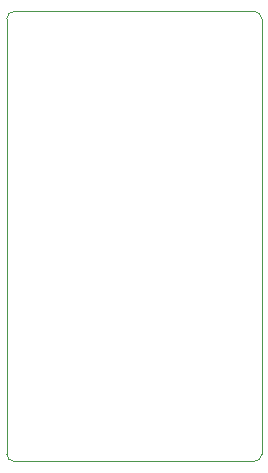
<source format=gbr>
%TF.GenerationSoftware,KiCad,Pcbnew,(5.1.7)-1*%
%TF.CreationDate,2022-07-07T01:38:01-03:00*%
%TF.ProjectId,RAMboard,52414d62-6f61-4726-942e-6b696361645f,rev?*%
%TF.SameCoordinates,Original*%
%TF.FileFunction,Profile,NP*%
%FSLAX46Y46*%
G04 Gerber Fmt 4.6, Leading zero omitted, Abs format (unit mm)*
G04 Created by KiCad (PCBNEW (5.1.7)-1) date 2022-07-07 01:38:01*
%MOMM*%
%LPD*%
G01*
G04 APERTURE LIST*
%TA.AperFunction,Profile*%
%ADD10C,0.050000*%
%TD*%
G04 APERTURE END LIST*
D10*
X26035000Y-23495000D02*
G75*
G02*
X26670000Y-22860000I635000J0D01*
G01*
X46990000Y-22860000D02*
G75*
G02*
X47625000Y-23495000I0J-635000D01*
G01*
X47625000Y-60325000D02*
G75*
G02*
X46990000Y-60960000I-635000J0D01*
G01*
X26670000Y-60960000D02*
G75*
G02*
X26035000Y-60325000I0J635000D01*
G01*
X26670000Y-60960000D02*
X46990000Y-60960000D01*
X26670000Y-22860000D02*
X46990000Y-22860000D01*
X47625000Y-60325000D02*
X47625000Y-23495000D01*
X26035000Y-23495000D02*
X26035000Y-60325000D01*
M02*

</source>
